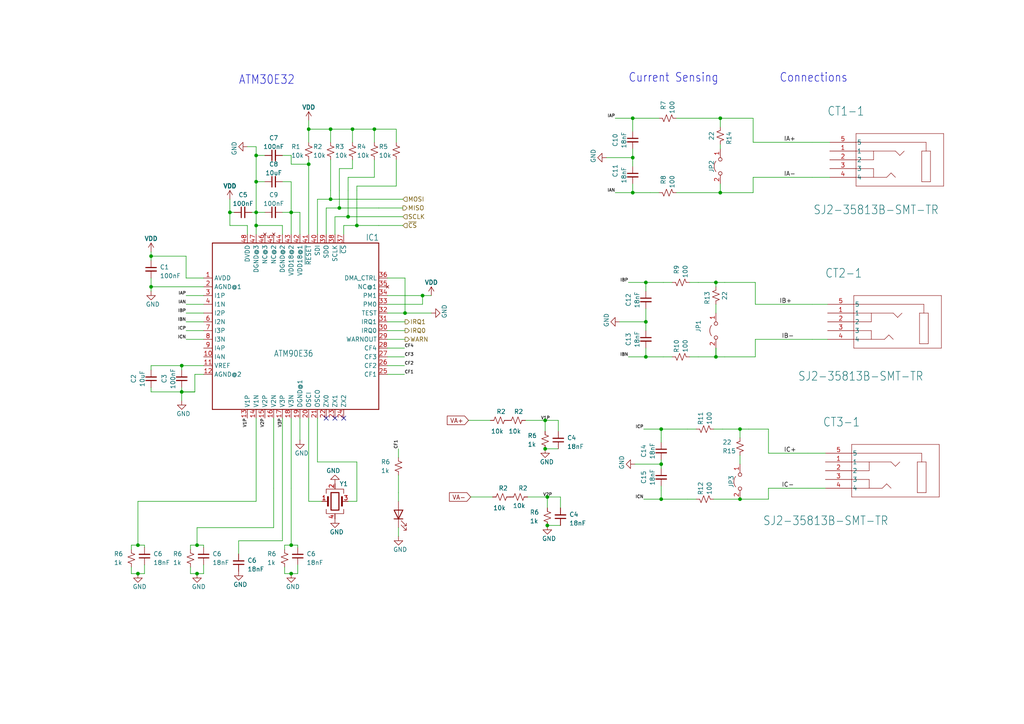
<source format=kicad_sch>
(kicad_sch (version 20230121) (generator eeschema)
  (paper "A4")
  (junction (at 84.455 166.37))
  (junction (at 122.555 85.725))
  (junction (at 191.77 124.46))
  (junction (at 158.115 121.92))
  (junction (at 103.505 65.405))
  (junction (at 89.535 47.625))
  (junction (at 158.115 130.175))
  (junction (at 98.425 60.325))
  (junction (at 57.15 166.37))
  (junction (at 95.885 57.785))
  (junction (at 207.645 103.505))
  (junction (at 207.645 81.915))
  (junction (at 187.325 81.915))
  (junction (at 43.815 83.185))
  (junction (at 102.235 37.465))
  (junction (at 40.005 166.37))
  (junction (at 66.675 61.595))
  (junction (at 183.515 45.72))
  (junction (at 183.515 34.29))
  (junction (at 108.585 37.465))
  (junction (at 158.75 144.145))
  (junction (at 84.455 61.595))
  (junction (at 208.915 34.29))
  (junction (at 52.705 113.665))
  (junction (at 74.295 45.085))
  (junction (at 117.475 90.805))
  (junction (at 208.915 55.88))
  (junction (at 191.77 144.78))
  (junction (at 191.77 134.62))
  (junction (at 52.705 106.045))
  (junction (at 84.455 158.115))
  (junction (at 214.63 144.78))
  (junction (at 187.325 93.345))
  (junction (at 40.005 158.115))
  (junction (at 214.63 124.46))
  (junction (at 74.295 52.705))
  (junction (at 183.515 55.88))
  (junction (at 158.75 152.4))
  (junction (at 100.965 62.865))
  (junction (at 95.885 37.465))
  (junction (at 89.535 37.465))
  (junction (at 43.815 74.295))
  (junction (at 74.295 65.405))
  (junction (at 187.325 103.505))
  (junction (at 57.15 158.115))
  (junction (at 74.295 61.595))
  (no_connect (at 99.695 121.285))
  (no_connect (at 97.155 121.285))
  (no_connect (at 94.615 121.285))
  (wire (pts (xy 82.55 158.115) (xy 84.455 158.115)))
  (wire (pts (xy 55.245 158.115) (xy 57.15 158.115)))
  (wire (pts (xy 191.77 144.78) (xy 186.69 144.78)) (stroke (width 0.1524)))
  (wire (pts (xy 40.005 158.115) (xy 41.91 158.115)))
  (wire (pts (xy 192.405 81.915) (xy 187.325 81.915)) (stroke (width 0.1524)))
  (wire (pts (xy 184.15 134.62) (xy 191.77 134.62)) (stroke (width 0.1524)))
  (wire (pts (xy 59.055 95.885) (xy 53.975 95.885)) (stroke (width 0.1524)))
  (wire (pts (xy 103.505 55.245) (xy 103.505 65.405)) (stroke (width 0.1524)))
  (wire (pts (xy 112.395 90.805) (xy 117.475 90.805)) (stroke (width 0.1524)))
  (wire (pts (xy 219.075 98.425) (xy 219.075 103.505)))
  (wire (pts (xy 71.755 42.545) (xy 74.295 42.545)))
  (wire (pts (xy 158.115 121.92) (xy 152.4 121.92)))
  (wire (pts (xy 66.675 61.595) (xy 67.945 61.595)))
  (wire (pts (xy 84.455 141.605) (xy 84.455 158.115)))
  (wire (pts (xy 239.395 131.445) (xy 234.315 131.445)) (stroke (width 0.1524)))
  (wire (pts (xy 187.325 93.345) (xy 187.325 89.535)))
  (wire (pts (xy 74.295 45.085) (xy 74.295 52.705)) (stroke (width 0.1524)))
  (wire (pts (xy 102.235 37.465) (xy 102.235 41.275)))
  (wire (pts (xy 102.235 46.355) (xy 102.235 48.895)))
  (wire (pts (xy 240.03 98.425) (xy 235.585 98.425)) (stroke (width 0.1524)))
  (wire (pts (xy 202.565 81.915) (xy 200.025 81.915)))
  (wire (pts (xy 84.455 47.625) (xy 89.535 47.625)) (stroke (width 0.1524)))
  (wire (pts (xy 194.945 103.505) (xy 192.405 103.505)))
  (wire (pts (xy 222.885 141.605) (xy 222.885 144.78)))
  (wire (pts (xy 114.935 37.465) (xy 108.585 37.465)))
  (wire (pts (xy 115.57 132.715) (xy 115.57 130.175)) (stroke (width 0.1524)))
  (wire (pts (xy 202.565 81.915) (xy 207.645 81.915)) (stroke (width 0.1524)))
  (wire (pts (xy 158.115 130.175) (xy 161.925 130.175)))
  (wire (pts (xy 38.1 159.385) (xy 38.1 158.115)))
  (wire (pts (xy 199.39 124.46) (xy 201.93 124.46)))
  (wire (pts (xy 161.925 125.095) (xy 161.925 121.92)))
  (wire (pts (xy 222.885 124.46) (xy 217.17 124.46)))
  (wire (pts (xy 191.77 124.46) (xy 186.69 124.46)) (stroke (width 0.1524)))
  (wire (pts (xy 103.505 55.245) (xy 103.505 53.975)))
  (wire (pts (xy 82.55 159.385) (xy 82.55 158.115)))
  (wire (pts (xy 66.675 65.405) (xy 71.755 65.405)) (stroke (width 0.1524)))
  (wire (pts (xy 115.57 137.795) (xy 115.57 142.875)))
  (wire (pts (xy 112.395 85.725) (xy 122.555 85.725)) (stroke (width 0.1524)))
  (wire (pts (xy 187.325 93.345) (xy 187.325 95.885)))
  (wire (pts (xy 208.915 34.29) (xy 208.915 36.83)))
  (wire (pts (xy 82.55 166.37) (xy 84.455 166.37)))
  (wire (pts (xy 81.915 156.845) (xy 81.915 121.285)))
  (wire (pts (xy 84.455 45.085) (xy 84.455 47.625)) (stroke (width 0.1524)))
  (wire (pts (xy 79.375 141.605) (xy 79.375 153.035)))
  (wire (pts (xy 239.395 141.605) (xy 234.315 141.605)) (stroke (width 0.1524)))
  (wire (pts (xy 94.615 67.945) (xy 94.615 60.325)) (stroke (width 0.1524)))
  (wire (pts (xy 158.75 144.145) (xy 153.035 144.145)))
  (wire (pts (xy 89.535 34.925) (xy 89.535 37.465)))
  (wire (pts (xy 158.115 125.095) (xy 158.115 121.92)))
  (wire (pts (xy 56.515 108.585) (xy 56.515 113.665)) (stroke (width 0.1524)))
  (wire (pts (xy 40.005 145.415) (xy 74.295 145.415)))
  (wire (pts (xy 183.515 34.29) (xy 183.515 38.1)) (stroke (width 0.1524)))
  (wire (pts (xy 40.005 166.37) (xy 41.91 166.37)))
  (wire (pts (xy 114.935 46.355) (xy 114.935 53.975)))
  (wire (pts (xy 76.835 52.705) (xy 74.295 52.705)) (stroke (width 0.1524)))
  (wire (pts (xy 100.965 62.865) (xy 109.855 62.865)) (stroke (width 0.1524)))
  (wire (pts (xy 182.245 103.505) (xy 187.325 103.505)) (stroke (width 0.1524)))
  (wire (pts (xy 95.885 37.465) (xy 102.235 37.465)) (stroke (width 0.1524)))
  (wire (pts (xy 41.91 163.83) (xy 41.91 166.37)))
  (wire (pts (xy 115.57 142.875) (xy 115.57 145.415)) (stroke (width 0.1524)))
  (wire (pts (xy 162.56 144.145) (xy 158.75 144.145)))
  (wire (pts (xy 202.565 103.505) (xy 207.645 103.505)) (stroke (width 0.1524)))
  (wire (pts (xy 112.395 98.425) (xy 117.475 98.425)) (stroke (width 0.1524)))
  (wire (pts (xy 108.585 41.275) (xy 108.585 37.465)))
  (wire (pts (xy 97.155 67.945) (xy 97.155 62.865)) (stroke (width 0.1524)))
  (wire (pts (xy 84.455 61.595) (xy 84.455 67.945)) (stroke (width 0.1524)))
  (wire (pts (xy 74.295 65.405) (xy 81.915 65.405)) (stroke (width 0.1524)))
  (wire (pts (xy 74.295 61.595) (xy 74.295 65.405)) (stroke (width 0.1524)))
  (wire (pts (xy 97.155 62.865) (xy 100.965 62.865)) (stroke (width 0.1524)))
  (wire (pts (xy 207.01 144.78) (xy 214.63 144.78)))
  (wire (pts (xy 191.77 127) (xy 191.77 124.46)) (stroke (width 0.1524)))
  (wire (pts (xy 76.835 61.595) (xy 74.295 61.595)) (stroke (width 0.1524)))
  (wire (pts (xy 115.57 153.035) (xy 115.57 155.575)) (stroke (width 0.1524)))
  (wire (pts (xy 191.77 144.78) (xy 199.39 144.78)) (stroke (width 0.1524)))
  (wire (pts (xy 59.055 85.725) (xy 53.975 85.725)) (stroke (width 0.1524)))
  (wire (pts (xy 207.645 103.505) (xy 210.185 103.505)) (stroke (width 0.1524)))
  (wire (pts (xy 214.63 124.46) (xy 214.63 127)))
  (wire (pts (xy 89.535 47.625) (xy 89.535 67.945)) (stroke (width 0.1524)))
  (wire (pts (xy 100.965 51.435) (xy 108.585 51.435)))
  (wire (pts (xy 57.15 166.37) (xy 59.055 166.37)))
  (wire (pts (xy 187.325 103.505) (xy 192.405 103.505)) (stroke (width 0.1524)))
  (wire (pts (xy 196.215 55.88) (xy 208.915 55.88)))
  (wire (pts (xy 175.895 45.72) (xy 183.515 45.72)) (stroke (width 0.1524)))
  (wire (pts (xy 207.645 90.805) (xy 207.645 88.265)))
  (wire (pts (xy 178.435 55.88) (xy 183.515 55.88)) (stroke (width 0.1524)))
  (wire (pts (xy 208.915 41.91) (xy 208.915 43.18)))
  (wire (pts (xy 234.315 131.445) (xy 222.885 131.445)))
  (wire (pts (xy 79.375 153.035) (xy 57.15 153.035)))
  (wire (pts (xy 84.455 166.37) (xy 86.36 166.37)))
  (wire (pts (xy 40.005 158.115) (xy 40.005 145.415)))
  (wire (pts (xy 218.44 51.435) (xy 218.44 55.88)))
  (wire (pts (xy 84.455 158.115) (xy 86.36 158.115)))
  (wire (pts (xy 112.395 100.965) (xy 117.3226 100.965)) (stroke (width 0.1524)))
  (wire (pts (xy 208.915 55.88) (xy 218.44 55.88)))
  (wire (pts (xy 52.705 113.665) (xy 56.515 113.665)) (stroke (width 0.1524)))
  (wire (pts (xy 161.925 121.92) (xy 158.115 121.92)))
  (wire (pts (xy 53.975 80.645) (xy 59.055 80.645)))
  (wire (pts (xy 240.03 88.265) (xy 235.585 88.265)) (stroke (width 0.1524)))
  (wire (pts (xy 43.815 106.045) (xy 52.705 106.045)))
  (wire (pts (xy 95.885 57.785) (xy 109.855 57.785)) (stroke (width 0.1524)))
  (wire (pts (xy 57.15 158.115) (xy 59.055 158.115)))
  (wire (pts (xy 53.975 74.295) (xy 53.975 80.645)))
  (wire (pts (xy 219.075 103.505) (xy 210.185 103.505)))
  (wire (pts (xy 112.395 93.345) (xy 117.475 93.345)) (stroke (width 0.1524)))
  (wire (pts (xy 43.815 74.295) (xy 43.815 75.565)))
  (wire (pts (xy 81.915 65.405) (xy 81.915 67.945)) (stroke (width 0.1524)))
  (wire (pts (xy 95.885 55.245) (xy 95.885 57.785)) (stroke (width 0.1524)))
  (wire (pts (xy 52.705 113.665) (xy 52.705 116.205)) (stroke (width 0.1524)))
  (wire (pts (xy 43.815 73.025) (xy 43.815 74.295)))
  (wire (pts (xy 183.515 55.88) (xy 188.595 55.88)) (stroke (width 0.1524)))
  (wire (pts (xy 183.515 34.29) (xy 188.595 34.29)) (stroke (width 0.1524)))
  (wire (pts (xy 94.615 60.325) (xy 98.425 60.325)) (stroke (width 0.1524)))
  (wire (pts (xy 43.815 113.665) (xy 43.815 112.395)))
  (wire (pts (xy 89.535 145.415) (xy 93.345 145.415)))
  (wire (pts (xy 108.585 37.465) (xy 103.505 37.465)))
  (wire (pts (xy 191.135 55.88) (xy 188.595 55.88)))
  (wire (pts (xy 191.77 134.62) (xy 191.77 135.89)))
  (wire (pts (xy 207.645 81.915) (xy 207.645 83.185)) (stroke (width 0.1524)))
  (wire (pts (xy 214.63 144.78) (xy 222.885 144.78)))
  (wire (pts (xy 222.885 131.445) (xy 222.885 124.46)))
  (wire (pts (xy 183.515 48.26) (xy 183.515 45.72)))
  (wire (pts (xy 76.835 45.085) (xy 74.295 45.085)) (stroke (width 0.1524)))
  (wire (pts (xy 102.235 37.465) (xy 103.505 37.465)) (stroke (width 0.1524)))
  (wire (pts (xy 102.235 48.895) (xy 98.425 48.895)))
  (wire (pts (xy 234.315 141.605) (xy 222.885 141.605)))
  (wire (pts (xy 43.815 83.185) (xy 43.815 84.455)))
  (wire (pts (xy 52.705 113.665) (xy 43.815 113.665)))
  (wire (pts (xy 52.705 106.045) (xy 59.055 106.045)))
  (wire (pts (xy 74.295 145.415) (xy 74.295 121.285)))
  (wire (pts (xy 112.395 103.505) (xy 117.3226 103.505)) (stroke (width 0.1524)))
  (wire (pts (xy 191.77 127) (xy 191.77 128.27)))
  (wire (pts (xy 214.63 132.08) (xy 214.63 134.62)))
  (wire (pts (xy 187.325 83.185) (xy 187.325 84.455)))
  (wire (pts (xy 135.89 121.92) (xy 142.24 121.92)))
  (wire (pts (xy 194.945 81.915) (xy 192.405 81.915)))
  (wire (pts (xy 74.295 52.705) (xy 74.295 61.595)) (stroke (width 0.1524)))
  (wire (pts (xy 79.375 141.605) (xy 79.375 121.285)) (stroke (width 0.1524)))
  (wire (pts (xy 57.15 153.035) (xy 57.15 158.115)))
  (wire (pts (xy 43.815 80.645) (xy 43.815 83.185)))
  (wire (pts (xy 103.505 65.405) (xy 109.855 65.405)) (stroke (width 0.1524)))
  (wire (pts (xy 207.01 124.46) (xy 209.55 124.46)))
  (wire (pts (xy 73.025 61.595) (xy 74.295 61.595)))
  (wire (pts (xy 109.855 60.325) (xy 116.84 60.325)))
  (wire (pts (xy 218.44 41.275) (xy 218.44 34.29)))
  (wire (pts (xy 55.245 159.385) (xy 55.245 158.115)))
  (wire (pts (xy 209.55 124.46) (xy 214.63 124.46)) (stroke (width 0.1524)))
  (wire (pts (xy 55.245 164.465) (xy 55.245 166.37)))
  (wire (pts (xy 191.77 124.46) (xy 199.39 124.46)) (stroke (width 0.1524)))
  (wire (pts (xy 95.885 46.355) (xy 95.885 55.245)))
  (wire (pts (xy 86.995 127.635) (xy 86.995 121.285)) (stroke (width 0.1524)))
  (wire (pts (xy 112.395 95.885) (xy 117.475 95.885)) (stroke (width 0.1524)))
  (wire (pts (xy 59.055 163.83) (xy 59.055 166.37)))
  (wire (pts (xy 112.395 80.645) (xy 117.475 80.645)) (stroke (width 0.1524)))
  (wire (pts (xy 66.675 61.595) (xy 66.675 65.405)) (stroke (width 0.1524)))
  (wire (pts (xy 183.515 45.72) (xy 183.515 43.18)))
  (wire (pts (xy 99.695 67.945) (xy 99.695 65.405)) (stroke (width 0.1524)))
  (wire (pts (xy 84.455 61.595) (xy 86.995 61.595)) (stroke (width 0.1524)))
  (wire (pts (xy 218.44 34.29) (xy 211.455 34.29)))
  (wire (pts (xy 108.585 46.355) (xy 108.585 51.435)))
  (wire (pts (xy 235.585 51.435) (xy 218.44 51.435)))
  (wire (pts (xy 207.645 81.915) (xy 210.185 81.915)) (stroke (width 0.1524)))
  (wire (pts (xy 240.665 41.275) (xy 235.585 41.275)) (stroke (width 0.1524)))
  (wire (pts (xy 112.395 88.265) (xy 122.555 88.265)) (stroke (width 0.1524)))
  (wire (pts (xy 92.075 67.945) (xy 92.075 57.785)) (stroke (width 0.1524)))
  (wire (pts (xy 207.645 103.505) (xy 207.645 100.965)) (stroke (width 0.1524)))
  (wire (pts (xy 59.055 98.425) (xy 53.975 98.425)) (stroke (width 0.1524)))
  (wire (pts (xy 183.515 53.34) (xy 183.515 55.88)))
  (wire (pts (xy 109.855 65.405) (xy 116.84 65.405)))
  (wire (pts (xy 89.535 37.465) (xy 89.535 41.275)))
  (wire (pts (xy 122.555 85.725) (xy 125.095 85.725)) (stroke (width 0.1524)))
  (wire (pts (xy 240.665 51.435) (xy 235.585 51.435)) (stroke (width 0.1524)))
  (wire (pts (xy 98.425 48.895) (xy 98.425 55.245)))
  (wire (pts (xy 38.1 158.115) (xy 40.005 158.115)))
  (wire (pts (xy 109.855 57.785) (xy 116.84 57.785)))
  (wire (pts (xy 92.075 57.785) (xy 95.885 57.785)) (stroke (width 0.1524)))
  (wire (pts (xy 56.515 108.585) (xy 59.055 108.585)) (stroke (width 0.1524)))
  (wire (pts (xy 52.705 113.665) (xy 56.515 113.665)))
  (wire (pts (xy 52.705 107.315) (xy 52.705 106.045)))
  (wire (pts (xy 38.1 166.37) (xy 40.005 166.37)))
  (wire (pts (xy 178.435 34.29) (xy 183.515 34.29)) (stroke (width 0.1524)))
  (wire (pts (xy 59.055 158.115) (xy 59.055 158.75)))
  (wire (pts (xy 82.55 164.465) (xy 82.55 166.37)))
  (wire (pts (xy 122.555 88.265) (xy 122.555 85.725)) (stroke (width 0.1524)))
  (wire (pts (xy 191.77 140.97) (xy 191.77 142.24)))
  (wire (pts (xy 66.675 57.785) (xy 66.675 61.595)) (stroke (width 0.1524)))
  (wire (pts (xy 136.525 144.145) (xy 142.875 144.145)))
  (wire (pts (xy 203.835 34.29) (xy 208.915 34.29)) (stroke (width 0.1524)))
  (wire (pts (xy 89.535 47.619) (xy 89.535 47.625)) (stroke (width 0.1524)))
  (wire (pts (xy 43.815 83.185) (xy 59.055 83.185)))
  (wire (pts (xy 38.1 164.465) (xy 38.1 166.37)))
  (wire (pts (xy 86.995 61.595) (xy 86.995 67.945)) (stroke (width 0.1524)))
  (wire (pts (xy 179.705 93.345) (xy 187.325 93.345)) (stroke (width 0.1524)))
  (wire (pts (xy 81.915 45.085) (xy 84.455 45.085)))
  (wire (pts (xy 43.815 106.045) (xy 43.815 107.315)))
  (wire (pts (xy 43.815 74.295) (xy 53.975 74.295)))
  (wire (pts (xy 191.77 144.78) (xy 191.77 142.24)) (stroke (width 0.1524)))
  (wire (pts (xy 158.75 147.32) (xy 158.75 144.145)))
  (wire (pts (xy 86.36 158.115) (xy 86.36 158.75)))
  (wire (pts (xy 86.36 163.83) (xy 86.36 166.37)))
  (wire (pts (xy 89.535 46.355) (xy 89.535 47.625)))
  (wire (pts (xy 235.585 41.275) (xy 218.44 41.275)))
  (wire (pts (xy 117.475 90.805) (xy 125.095 90.805)) (stroke (width 0.1524)))
  (wire (pts (xy 214.63 124.46) (xy 217.17 124.46)) (stroke (width 0.1524)))
  (wire (pts (xy 235.585 98.425) (xy 219.075 98.425)))
  (wire (pts (xy 112.395 106.045) (xy 117.3226 106.045)) (stroke (width 0.1524)))
  (wire (pts (xy 71.755 65.405) (xy 71.755 67.945)) (stroke (width 0.1524)))
  (wire (pts (xy 52.705 112.395) (xy 52.705 113.665)))
  (wire (pts (xy 59.055 93.345) (xy 53.975 93.345)) (stroke (width 0.1524)))
  (wire (pts (xy 89.535 37.465) (xy 95.885 37.465)) (stroke (width 0.1524)))
  (wire (pts (xy 158.75 152.4) (xy 162.56 152.4)))
  (wire (pts (xy 84.455 52.705) (xy 84.455 61.595)))
  (wire (pts (xy 117.475 80.645) (xy 117.475 90.805)) (stroke (width 0.1524)))
  (wire (pts (xy 81.915 61.595) (xy 84.455 61.595)))
  (wire (pts (xy 55.245 166.37) (xy 57.15 166.37)))
  (wire (pts (xy 187.325 81.915) (xy 187.325 83.185)) (stroke (width 0.1524)))
  (wire (pts (xy 81.915 52.705) (xy 84.455 52.705)))
  (wire (pts (xy 103.505 53.975) (xy 114.935 53.975)))
  (wire (pts (xy 199.39 144.78) (xy 201.93 144.78)))
  (wire (pts (xy 98.425 55.245) (xy 98.425 60.325)) (stroke (width 0.1524)))
  (wire (pts (xy 74.295 67.945) (xy 74.295 65.405)) (stroke (width 0.1524)))
  (wire (pts (xy 162.56 147.32) (xy 162.56 144.145)))
  (wire (pts (xy 187.325 103.505) (xy 187.325 100.965)) (stroke (width 0.1524)))
  (wire (pts (xy 208.915 53.34) (xy 208.915 55.88)))
  (wire (pts (xy 219.075 81.915) (xy 210.185 81.915)))
  (wire (pts (xy 196.215 34.29) (xy 203.835 34.29)))
  (wire (pts (xy 100.965 55.245) (xy 100.965 51.435)))
  (wire (pts (xy 59.055 88.265) (xy 53.975 88.265)) (stroke (width 0.1524)))
  (wire (pts (xy 191.135 34.29) (xy 188.595 34.29)))
  (wire (pts (xy 219.075 88.265) (xy 219.075 81.915)))
  (wire (pts (xy 235.585 88.265) (xy 219.075 88.265)))
  (wire (pts (xy 59.055 90.805) (xy 53.975 90.805)) (stroke (width 0.1524)))
  (wire (pts (xy 100.965 55.245) (xy 100.965 62.865)) (stroke (width 0.1524)))
  (wire (pts (xy 95.885 37.465) (xy 95.885 41.275)))
  (wire (pts (xy 98.425 60.325) (xy 109.855 60.325)) (stroke (width 0.1524)))
  (wire (pts (xy 99.695 65.405) (xy 103.505 65.405)) (stroke (width 0.1524)))
  (wire (pts (xy 100.965 145.415) (xy 103.505 145.415)))
  (wire (pts (xy 202.565 103.505) (xy 200.025 103.505)))
  (wire (pts (xy 208.915 34.29) (xy 211.455 34.29)) (stroke (width 0.1524)))
  (wire (pts (xy 103.505 145.415) (xy 103.505 133.985)))
  (wire (pts (xy 69.215 160.655) (xy 69.215 156.845)))
  (wire (pts (xy 112.395 108.585) (xy 117.3226 108.585)) (stroke (width 0.1524)))
  (wire (pts (xy 114.935 41.275) (xy 114.935 37.465)))
  (wire (pts (xy 41.91 158.115) (xy 41.91 158.75)) (stroke (width 0.1524)))
  (wire (pts (xy 103.505 133.985) (xy 92.075 133.985)))
  (wire (pts (xy 74.295 45.085) (xy 74.295 42.545)) (stroke (width 0.1524)))
  (wire (pts (xy 89.535 121.285) (xy 89.535 145.415)))
  (wire (pts (xy 84.455 141.605) (xy 84.455 121.285)) (stroke (width 0.1524)))
  (wire (pts (xy 109.855 62.865) (xy 116.84 62.865)))
  (wire (pts (xy 187.325 81.915) (xy 182.245 81.915)) (stroke (width 0.1524)))
  (wire (pts (xy 207.645 103.505) (xy 207.645 100.965)))
  (wire (pts (xy 92.075 133.985) (xy 92.075 121.285)))
  (wire (pts (xy 191.77 133.35) (xy 191.77 134.62)))
  (wire (pts (xy 69.215 156.845) (xy 81.915 156.845)))
  (text "Current Sensing" (at 182.245 24.13 0) (effects (font (size 2.54 2.159)) (justify left bottom)))
  (text "Connections" (at 226.06 24.13 0) (effects (font (size 2.54 2.159)) (justify left bottom)))
  (text "ATM30E32" (at 69.215 24.765 0) (effects (font (size 2.54 2.159)) (justify left bottom)))
  (label "V1P" (at 71.755 121.285 270) (effects (font (size 0.889 0.889))))
  (label "IA-" (at 227.33 51.435 0))
  (label "IAN" (at 53.975 88.265 180) (effects (font (size 0.889 0.889))))
  (label "IC-" (at 226.695 141.605 0))
  (label "CF2" (at 117.3226 106.045 0) (effects (font (size 0.889 0.889))))
  (label "IA+" (at 227.33 41.275 0))
  (label "ICN" (at 186.69 144.78 180) (effects (font (size 0.889 0.889))))
  (label "CF3" (at 117.3226 103.505 0) (effects (font (size 0.889 0.889))))
  (label "V2P" (at 157.48 144.145 0) (effects (font (size 0.889 0.889))))
  (label "V1P" (at 156.845 121.92 0) (effects (font (size 0.889 0.889))))
  (label "IBP" (at 53.975 90.805 180) (effects (font (size 0.889 0.889))))
  (label "IAP" (at 53.975 85.725 180) (effects (font (size 0.889 0.889))))
  (label "IB+" (at 226.06 88.265 0))
  (label "V2P" (at 76.835 121.285 270) (effects (font (size 0.889 0.889))))
  (label "CF1" (at 115.57 130.175 90) (effects (font (size 0.889 0.889))))
  (label "IB-" (at 226.695 98.425 0))
  (label "CF4" (at 117.3226 100.965 0) (effects (font (size 0.889 0.889))))
  (label "ICP" (at 53.975 95.885 180) (effects (font (size 0.889 0.889))))
  (label "IAP" (at 178.435 34.29 180) (effects (font (size 0.889 0.889))))
  (label "IC+" (at 227.33 131.445 0))
  (label "V3P" (at 81.915 121.285 270) (effects (font (size 0.889 0.889))))
  (label "IAN" (at 178.435 55.88 180) (effects (font (size 0.889 0.889))))
  (label "IBN" (at 53.975 93.345 180) (effects (font (size 0.889 0.889))))
  (label "CF1" (at 117.3226 108.585 0) (effects (font (size 0.889 0.889))))
  (label "IBP" (at 182.245 81.915 180) (effects (font (size 0.889 0.889))))
  (label "ICN" (at 53.975 98.425 180) (effects (font (size 0.889 0.889))))
  (label "ICP" (at 186.69 124.46 180) (effects (font (size 0.889 0.889))))
  (label "IBN" (at 182.245 103.505 180) (effects (font (size 0.889 0.889))))
  (global_label "VA-" (shape input) (at 136.525 144.145 180) (property "Intersheetrefs" "${INTERSHEET_REFS}" (effects hide)))
  (global_label "VA+" (shape input) (at 135.89 121.92 180) (property "Intersheetrefs" "${INTERSHEET_REFS}" (effects hide)))
  (hierarchical_label "MISO" (shape output) (at 116.84 60.325 0))
  (hierarchical_label "SCLK" (shape input) (at 116.84 62.865 0))
  (hierarchical_label "WARN" (shape output) (at 117.475 98.425 0))
  (hierarchical_label "MOSI" (shape input) (at 116.84 57.785 0))
  (hierarchical_label "IRQ1" (shape output) (at 117.475 93.345 0))
  (hierarchical_label "IRQ0" (shape output) (at 117.475 95.885 0))
  (hierarchical_label "~{CS}" (shape input) (at 116.84 65.405 0))
  (symbol (lib_id "Device:C_Small") (at 161.925 127.635 180) (unit 1)
    (property "Reference" "C4" (at 164.465 126.9936 0) (effects (justify right)))
    (property "Value" "18nF" (at 164.465 129.5336 0) (effects (justify right)))
    (property "Footprint" "Capacitor_SMD:C_0603_1608Metric" (effects hide))
    (property "Manufacturer" "Walsin Technology Corporation" (effects hide))
    (property "Manufacturer P/N" "0603B183K500CT" (effects hide))
    (property "Supplier" "Digikey" (effects hide))
    (property "Supplier P/N" "1292-1405-1-ND" (effects hide))
    (instances (project "24_channel_esp32_energy_meter" (path "" (reference "C4") (unit 1)) (path "" (reference "C28") (unit 1)) (path "" (reference "C43") (unit 1)) (path "" (reference "C58") (unit 1)) (path "" (reference "C73") (unit 1)) (path "" (reference "C88") (unit 1)) (path "" (reference "C103") (unit 1)) (path "" (reference "C118") (unit 1))))
  )
  (symbol (lib_id "Device:R_Small_US") (at 197.485 103.505 90) (mirror x) (unit 1)
    (property "Reference" "R10" (at 196.215 98.425 0) (effects (justify left)))
    (property "Value" "100" (at 198.755 98.425 0) (effects (justify left)))
    (property "Footprint" "Resistor_SMD:R_0603_1608Metric" (effects hide))
    (property "Manufacturer" "Walsin Technology Corporation" (effects hide))
    (property "Manufacturer P/N" "WR06X1000FTL" (effects hide))
    (property "Supplier" "Digikey" (effects hide))
    (property "Supplier P/N" "1292-WR06X1000FTLCT-ND" (effects hide))
    (instances (project "24_channel_esp32_energy_meter" (path "" (reference "R10") (unit 1)) (path "" (reference "R34") (unit 1)) (path "" (reference "R49") (unit 1)) (path "" (reference "R64") (unit 1)) (path "" (reference "R79") (unit 1)) (path "" (reference "R94") (unit 1)) (path "" (reference "R109") (unit 1)) (path "" (reference "R124") (unit 1))))
  )
  (symbol (lib_id "power:GND") (at 84.455 166.37 0) (unit 1)
    (property "Reference" "#PWR06" (effects hide))
    (property "Value" "GND" (at 86.995 170.18 0) (effects (justify right)))
    (instances (project "24_channel_esp32_energy_meter" (path "" (reference "#PWR06") (unit 1)) (path "" (reference "#PWR039") (unit 1)) (path "" (reference "#PWR054") (unit 1)) (path "" (reference "#PWR069") (unit 1)) (path "" (reference "#PWR084") (unit 1)) (path "" (reference "#PWR099") (unit 1)) (path "" (reference "#PWR0114") (unit 1)) (path "" (reference "#PWR0146") (unit 1))))
  )
  (symbol (lib_id "Device:R_Small_US") (at 150.495 144.145 90) (unit 1)
    (property "Reference" "R2" (at 153.035 141.605 90) (effects (justify left)))
    (property "Value" "10k" (at 152.4 146.685 90) (effects (justify left)))
    (property "Footprint" "Resistor_SMD:R_0603_1608Metric" (effects hide))
    (property "Manufacturer" "Stackpole Electronics Inc" (effects hide))
    (property "Manufacturer P/N" "RMCF0603FT10K0" (effects hide))
    (property "Supplier" "Digikey" (effects hide))
    (property "Supplier P/N" "RMCF0603FT10K0CT-ND" (effects hide))
    (instances (project "24_channel_esp32_energy_meter" (path "" (reference "R2") (unit 1)) (path "" (reference "R26") (unit 1)) (path "" (reference "R41") (unit 1)) (path "" (reference "R56") (unit 1)) (path "" (reference "R71") (unit 1)) (path "" (reference "R86") (unit 1)) (path "" (reference "R101") (unit 1)) (path "" (reference "R131") (unit 1))))
  )
  (symbol (lib_id "Device:R_Small_US") (at 158.115 127.635 0) (unit 1)
    (property "Reference" "R6" (at 153.035 126.365 0) (effects (justify left)))
    (property "Value" "1k" (at 153.035 128.905 0) (effects (justify left)))
    (property "Footprint" "Resistor_SMD:R_0603_1608Metric" (effects hide))
    (property "Manufacturer" "Stackpole Electronics Inc" (effects hide))
    (property "Manufacturer P/N" "RMCF0603JJ1K00" (effects hide))
    (property "Supplier" "Digikey" (effects hide))
    (property "Supplier P/N" "RMCF0603JJ1K00CT-ND" (effects hide))
    (instances (project "24_channel_esp32_energy_meter" (path "" (reference "R6") (unit 1)) (path "" (reference "R30") (unit 1)) (path "" (reference "R45") (unit 1)) (path "" (reference "R60") (unit 1)) (path "" (reference "R75") (unit 1)) (path "" (reference "R90") (unit 1)) (path "" (reference "R105") (unit 1)) (path "" (reference "R16") (unit 1))))
  )
  (symbol (lib_id "power:GND") (at 158.115 130.175 0) (unit 1)
    (property "Reference" "#PWR03" (effects hide))
    (property "Value" "GND" (at 160.655 133.985 0) (effects (justify right)))
    (instances (project "24_channel_esp32_energy_meter" (path "" (reference "#PWR03") (unit 1)) (path "" (reference "#PWR036") (unit 1)) (path "" (reference "#PWR051") (unit 1)) (path "" (reference "#PWR066") (unit 1)) (path "" (reference "#PWR081") (unit 1)) (path "" (reference "#PWR096") (unit 1)) (path "" (reference "#PWR0111") (unit 1)) (path "" (reference "#PWR0129") (unit 1))))
  )
  (symbol (lib_id "Device:R_Small_US") (at 55.245 161.925 0) (unit 1)
    (property "Reference" "R6" (at 50.165 160.655 0) (effects (justify left)))
    (property "Value" "1k" (at 50.165 163.195 0) (effects (justify left)))
    (property "Footprint" "Resistor_SMD:R_0603_1608Metric" (effects hide))
    (property "Manufacturer" "Stackpole Electronics Inc" (effects hide))
    (property "Manufacturer P/N" "RMCF0603JJ1K00" (effects hide))
    (property "Supplier" "Digikey" (effects hide))
    (property "Supplier P/N" "RMCF0603JJ1K00CT-ND" (effects hide))
    (instances (project "24_channel_esp32_energy_meter" (path "" (reference "R6") (unit 1)) (path "" (reference "R30") (unit 1)) (path "" (reference "R45") (unit 1)) (path "" (reference "R60") (unit 1)) (path "" (reference "R75") (unit 1)) (path "" (reference "R90") (unit 1)) (path "" (reference "R105") (unit 1)) (path "" (reference "R18") (unit 1))))
  )
  (symbol (lib_id "power:GND") (at 52.705 116.205 0) (unit 1)
    (property "Reference" "#PWR03" (effects hide))
    (property "Value" "GND" (at 55.245 120.015 0) (effects (justify right)))
    (instances (project "24_channel_esp32_energy_meter" (path "" (reference "#PWR03") (unit 1)) (path "" (reference "#PWR036") (unit 1)) (path "" (reference "#PWR051") (unit 1)) (path "" (reference "#PWR066") (unit 1)) (path "" (reference "#PWR081") (unit 1)) (path "" (reference "#PWR096") (unit 1)) (path "" (reference "#PWR0111") (unit 1)) (path "" (reference "#PWR0126") (unit 1))))
  )
  (symbol (lib_id "Device:Crystal_GND24") (at 97.155 145.415 0) (unit 1)
    (property "Reference" "Y1" (at 99.695 140.335 0))
    (property "Value" "Crystal_GND24" (effects hide))
    (property "Footprint" "Crystal:Crystal_SMD_3225-4Pin_3.2x2.5mm" (effects hide))
    (property "Supplier" "LCSC" (effects hide))
    (property "Supplier P/N" "C725694" (effects hide))
    (property "Manufacturer" "JGHC" (effects hide))
    (property "Manufacturer P/N" "S3216384102040" (effects hide))
    (instances (project "24_channel_esp32_energy_meter" (path "" (reference "Y1") (unit 1)) (path "" (reference "Y2") (unit 1)) (path "" (reference "Y3") (unit 1)) (path "" (reference "Y4") (unit 1)) (path "" (reference "Y5") (unit 1)) (path "" (reference "Y6") (unit 1)) (path "" (reference "Y7") (unit 1)) (path "" (reference "Y8") (unit 1))))
  )
  (symbol (lib_id "power:GND") (at 69.215 165.735 0) (unit 1)
    (property "Reference" "#PWR010" (effects hide))
    (property "Value" "GND" (at 71.755 169.545 0) (effects (justify right)))
    (instances (project "24_channel_esp32_energy_meter" (path "" (reference "#PWR010") (unit 1)) (path "" (reference "#PWR043") (unit 1)) (path "" (reference "#PWR058") (unit 1)) (path "" (reference "#PWR073") (unit 1)) (path "" (reference "#PWR088") (unit 1)) (path "" (reference "#PWR0103") (unit 1)) (path "" (reference "#PWR0118") (unit 1)) (path "" (reference "#PWR0148") (unit 1))))
  )
  (symbol (lib_id "power:GND") (at 97.155 150.495 0) (unit 1)
    (property "Reference" "#PWR09" (effects hide))
    (property "Value" "GND" (at 99.695 154.305 0) (effects (justify right)))
    (instances (project "24_channel_esp32_energy_meter" (path "" (reference "#PWR09") (unit 1)) (path "" (reference "#PWR042") (unit 1)) (path "" (reference "#PWR057") (unit 1)) (path "" (reference "#PWR072") (unit 1)) (path "" (reference "#PWR087") (unit 1)) (path "" (reference "#PWR0102") (unit 1)) (path "" (reference "#PWR0117") (unit 1)) (path "" (reference "#PWR0132") (unit 1))))
  )
  (symbol (lib_id "power:GND") (at 175.895 45.72 270) (mirror x) (unit 1)
    (property "Reference" "#PWR013" (effects hide))
    (property "Value" "GND" (at 172.085 43.18 0) (effects (justify right)))
    (instances (project "24_channel_esp32_energy_meter" (path "" (reference "#PWR013") (unit 1)) (path "" (reference "#PWR046") (unit 1)) (path "" (reference "#PWR061") (unit 1)) (path "" (reference "#PWR076") (unit 1)) (path "" (reference "#PWR091") (unit 1)) (path "" (reference "#PWR0106") (unit 1)) (path "" (reference "#PWR0121") (unit 1)) (path "" (reference "#PWR0136") (unit 1))))
  )
  (symbol (lib_id "Device:C_Small") (at 162.56 149.86 180) (unit 1)
    (property "Reference" "C4" (at 165.1 149.2186 0) (effects (justify right)))
    (property "Value" "18nF" (at 165.1 151.7586 0) (effects (justify right)))
    (property "Footprint" "Capacitor_SMD:C_0603_1608Metric" (effects hide))
    (property "Manufacturer" "Walsin Technology Corporation" (effects hide))
    (property "Manufacturer P/N" "0603B183K500CT" (effects hide))
    (property "Supplier" "Digikey" (effects hide))
    (property "Supplier P/N" "1292-1405-1-ND" (effects hide))
    (instances (project "24_channel_esp32_energy_meter" (path "" (reference "C4") (unit 1)) (path "" (reference "C28") (unit 1)) (path "" (reference "C43") (unit 1)) (path "" (reference "C58") (unit 1)) (path "" (reference "C73") (unit 1)) (path "" (reference "C88") (unit 1)) (path "" (reference "C103") (unit 1)) (path "" (reference "C132") (unit 1))))
  )
  (symbol (lib_id "Device:C_Small") (at 52.705 109.855 180) (unit 1)
    (property "Reference" "C3" (at 47.625 109.8487 90))
    (property "Value" "100nF" (at 50.165 109.8487 90))
    (property "Footprint" "Capacitor_SMD:C_0603_1608Metric" (effects hide))
    (property "Manufacturer" "Samsung Electro-Mechanics" (effects hide))
    (property "Manufacturer P/N" "CL10B104KB8NNWC" (effects hide))
    (property "Supplier" "Digikey" (effects hide))
    (property "Supplier P/N" "1276-1935-1-ND" (effects hide))
    (instances (project "24_channel_esp32_energy_meter" (path "" (reference "C3") (unit 1)) (path "" (reference "C27") (unit 1)) (path "" (reference "C42") (unit 1)) (path "" (reference "C57") (unit 1)) (path "" (reference "C72") (unit 1)) (path "" (reference "C87") (unit 1)) (path "" (reference "C102") (unit 1)) (path "" (reference "C117") (unit 1))))
  )
  (symbol (lib_id "Device:R_Small_US") (at 108.585 43.815 0) (unit 1)
    (property "Reference" "R4" (at 103.505 42.545 0) (effects (justify left)))
    (property "Value" "10k" (at 103.505 45.085 0) (effects (justify left)))
    (property "Footprint" "Resistor_SMD:R_0603_1608Metric" (effects hide))
    (property "Manufacturer" "Stackpole Electronics Inc" (effects hide))
    (property "Manufacturer P/N" "RMCF0603FT10K0" (effects hide))
    (property "Supplier" "Digikey" (effects hide))
    (property "Supplier P/N" "RMCF0603FT10K0CT-ND" (effects hide))
    (instances (project "24_channel_esp32_energy_meter" (path "" (reference "R4") (unit 1)) (path "" (reference "R28") (unit 1)) (path "" (reference "R43") (unit 1)) (path "" (reference "R58") (unit 1)) (path "" (reference "R73") (unit 1)) (path "" (reference "R88") (unit 1)) (path "" (reference "R103") (unit 1)) (path "" (reference "R118") (unit 1))))
  )
  (symbol (lib_id "Device:R_Small_US") (at 158.75 149.86 0) (unit 1)
    (property "Reference" "R6" (at 153.67 148.59 0) (effects (justify left)))
    (property "Value" "1k" (at 153.67 151.13 0) (effects (justify left)))
    (property "Footprint" "Resistor_SMD:R_0603_1608Metric" (effects hide))
    (property "Manufacturer" "Stackpole Electronics Inc" (effects hide))
    (property "Manufacturer P/N" "RMCF0603JJ1K00" (effects hide))
    (property "Supplier" "Digikey" (effects hide))
    (property "Supplier P/N" "RMCF0603JJ1K00CT-ND" (effects hide))
    (instances (project "24_channel_esp32_energy_meter" (path "" (reference "R6") (unit 1)) (path "" (reference "R30") (unit 1)) (path "" (reference "R45") (unit 1)) (path "" (reference "R60") (unit 1)) (path "" (reference "R75") (unit 1)) (path "" (reference "R90") (unit 1)) (path "" (reference "R105") (unit 1)) (path "" (reference "R132") (unit 1))))
  )
  (symbol (lib_id "Device:C_Small") (at 70.485 61.595 90) (unit 1)
    (property "Reference" "C5" (at 70.4913 56.515 90))
    (property "Value" "100nF" (at 70.4913 59.055 90))
    (property "Footprint" "Capacitor_SMD:C_0603_1608Metric" (effects hide))
    (property "Manufacturer" "Samsung Electro-Mechanics" (effects hide))
    (property "Manufacturer P/N" "CL10B104KB8NNWC" (effects hide))
    (property "Supplier" "Digikey" (effects hide))
    (property "Supplier P/N" "1276-1935-1-ND" (effects hide))
    (instances (project "24_channel_esp32_energy_meter" (path "" (reference "C5") (unit 1)) (path "" (reference "C29") (unit 1)) (path "" (reference "C44") (unit 1)) (path "" (reference "C59") (unit 1)) (path "" (reference "C74") (unit 1)) (path "" (reference "C89") (unit 1)) (path "" (reference "C104") (unit 1)) (path "" (reference "C119") (unit 1))))
  )
  (symbol (lib_id "Device:C_Small") (at 41.91 161.29 180) (unit 1)
    (property "Reference" "C6" (at 44.45 160.6486 0) (effects (justify right)))
    (property "Value" "18nF" (at 44.45 163.1886 0) (effects (justify right)))
    (property "Footprint" "Capacitor_SMD:C_0603_1608Metric" (effects hide))
    (property "Manufacturer" "Walsin Technology Corporation" (effects hide))
    (property "Manufacturer P/N" "0603B183K500CT" (effects hide))
    (property "Supplier" "Digikey" (effects hide))
    (property "Supplier P/N" "1292-1405-1-ND" (effects hide))
    (instances (project "24_channel_esp32_energy_meter" (path "" (reference "C6") (unit 1)) (path "" (reference "C30") (unit 1)) (path "" (reference "C45") (unit 1)) (path "" (reference "C60") (unit 1)) (path "" (reference "C75") (unit 1)) (path "" (reference "C90") (unit 1)) (path "" (reference "C105") (unit 1)) (path "" (reference "C120") (unit 1))))
  )
  (symbol (lib_id "Jumper:Jumper_2_Open") (at 207.645 95.885 90) (mirror x) (unit 1) (in_bom no)
    (property "Reference" "JP1" (at 202.565 94.615 0))
    (property "Value" "Jumper_2_Open" (effects hide))
    (property "Footprint" "Jumper:SolderJumper-2_P1.3mm_Open_RoundedPad1.0x1.5mm" (effects hide))
    (instances (project "24_channel_esp32_energy_meter" (path "" (reference "JP1") (unit 1)) (path "" (reference "JP6") (unit 1)) (path "" (reference "JP9") (unit 1)) (path "" (reference "JP12") (unit 1)) (path "" (reference "JP15") (unit 1)) (path "" (reference "JP18") (unit 1)) (path "" (reference "JP21") (unit 1)) (path "" (reference "JP24") (unit 1))))
  )
  (symbol (lib_id "power:VDD") (at 125.095 85.725 0) (unit 1)
    (property "Reference" "#PWR011" (effects hide))
    (property "Value" "VDD" (at 125.095 81.915 0) (effects (font bold)))
    (instances (project "24_channel_esp32_energy_meter" (path "" (reference "#PWR011") (unit 1)) (path "" (reference "#PWR044") (unit 1)) (path "" (reference "#PWR059") (unit 1)) (path "" (reference "#PWR074") (unit 1)) (path "" (reference "#PWR089") (unit 1)) (path "" (reference "#PWR0104") (unit 1)) (path "" (reference "#PWR0119") (unit 1)) (path "" (reference "#PWR0134") (unit 1))))
  )
  (symbol (lib_id "Device:C_Small") (at 191.77 130.81 0) (mirror y) (unit 1)
    (property "Reference" "C14" (at 186.69 130.8163 90))
    (property "Value" "18nF" (at 189.23 130.8163 90))
    (property "Footprint" "Capacitor_SMD:C_0603_1608Metric" (effects hide))
    (property "Manufacturer" "Walsin Technology Corporation" (effects hide))
    (property "Manufacturer P/N" "0603B183K500CT" (effects hide))
    (property "Supplier" "Digikey" (effects hide))
    (property "Supplier P/N" "1292-1405-1-ND" (effects hide))
    (instances (project "24_channel_esp32_energy_meter" (path "" (reference "C14") (unit 1)) (path "" (reference "C38") (unit 1)) (path "" (reference "C53") (unit 1)) (path "" (reference "C68") (unit 1)) (path "" (reference "C83") (unit 1)) (path "" (reference "C98") (unit 1)) (path "" (reference "C113") (unit 1)) (path "" (reference "C128") (unit 1))))
  )
  (symbol (lib_id "Device:R_Small_US") (at 95.885 43.815 0) (unit 1)
    (property "Reference" "R2" (at 90.805 42.545 0) (effects (justify left)))
    (property "Value" "10k" (at 90.805 45.085 0) (effects (justify left)))
    (property "Footprint" "Resistor_SMD:R_0603_1608Metric" (effects hide))
    (property "Manufacturer" "Stackpole Electronics Inc" (effects hide))
    (property "Manufacturer P/N" "RMCF0603FT10K0" (effects hide))
    (property "Supplier" "Digikey" (effects hide))
    (property "Supplier P/N" "RMCF0603FT10K0CT-ND" (effects hide))
    (instances (project "24_channel_esp32_energy_meter" (path "" (reference "R2") (unit 1)) (path "" (reference "R26") (unit 1)) (path "" (reference "R41") (unit 1)) (path "" (reference "R56") (unit 1)) (path "" (reference "R71") (unit 1)) (path "" (reference "R86") (unit 1)) (path "" (reference "R101") (unit 1)) (path "" (reference "R116") (unit 1))))
  )
  (symbol (lib_id "Device:R_Small_US") (at 82.55 161.925 0) (unit 1)
    (property "Reference" "R6" (at 77.47 160.655 0) (effects (justify left)))
    (property "Value" "1k" (at 77.47 163.195 0) (effects (justify left)))
    (property "Footprint" "Resistor_SMD:R_0603_1608Metric" (effects hide))
    (property "Manufacturer" "Stackpole Electronics Inc" (effects hide))
    (property "Manufacturer P/N" "RMCF0603JJ1K00" (effects hide))
    (property "Supplier" "Digikey" (effects hide))
    (property "Supplier P/N" "RMCF0603JJ1K00CT-ND" (effects hide))
    (instances (project "24_channel_esp32_energy_meter" (path "" (reference "R6") (unit 1)) (path "" (reference "R30") (unit 1)) (path "" (reference "R45") (unit 1)) (path "" (reference "R60") (unit 1)) (path "" (reference "R75") (unit 1)) (path "" (reference "R90") (unit 1)) (path "" (reference "R105") (unit 1)) (path "" (reference "R19") (unit 1))))
  )
  (symbol (lib_id "6_channel_esp32_energy_meter-eagle-import:ATM90E36") (at 86.995 93.345 0) (unit 1)
    (property "Reference" "IC1" (at 106.045 69.85 0) (effects (font (size 1.778 1.5113)) (justify left bottom)))
    (property "Value" "ATM90E36" (at 79.375 103.505 0) (effects (font (size 1.778 1.5113)) (justify left bottom)))
    (property "Footprint" "Package_QFP:LQFP-48_7x7mm_P0.5mm" (effects hide))
    (property "SPICEPREFIX" "X" (effects hide))
    (property "Manufacturer" "Microchip Technology" (effects hide))
    (property "Manufacturer P/N" "ATM90E36A-AU-Y" (effects hide))
    (property "Supplier" "Digikey" (effects hide))
    (property "Supplier P/N" "ATM90E36A-AU-Y-ND" (effects hide))
    (instances (project "24_channel_esp32_energy_meter" (path "" (reference "IC1") (unit 1)) (path "" (reference "IC2") (unit 1)) (path "" (reference "IC3") (unit 1)) (path "" (reference "IC4") (unit 1)) (path "" (reference "IC5") (unit 1)) (path "" (reference "IC6") (unit 1)) (path "" (reference "IC7") (unit 1)) (path "" (reference "IC8") (unit 1))))
  )
  (symbol (lib_id "Jumper:Jumper_2_Open") (at 208.915 48.26 90) (mirror x) (unit 1) (in_bom no)
    (property "Reference" "JP2" (at 206.375 48.26 0))
    (property "Value" "Jumper_2_Open" (effects hide))
    (property "Footprint" "Jumper:SolderJumper-2_P1.3mm_Open_RoundedPad1.0x1.5mm" (effects hide))
    (instances (project "24_channel_esp32_energy_meter" (path "" (reference "JP2") (unit 1)) (path "" (reference "JP7") (unit 1)) (path "" (reference "JP10") (unit 1)) (path "" (reference "JP13") (unit 1)) (path "" (reference "JP16") (unit 1)) (path "" (reference "JP19") (unit 1)) (path "" (reference "JP22") (unit 1)) (path "" (reference "JP25") (unit 1))))
  )
  (symbol (lib_id "power:GND") (at 43.815 84.455 0) (unit 1)
    (property "Reference" "#PWR02" (effects hide))
    (property "Value" "GND" (at 46.355 88.265 0) (effects (justify right)))
    (instances (project "24_channel_esp32_energy_meter" (path "" (reference "#PWR02") (unit 1)) (path "" (reference "#PWR035") (unit 1)) (path "" (reference "#PWR050") (unit 1)) (path "" (reference "#PWR065") (unit 1)) (path "" (reference "#PWR080") (unit 1)) (path "" (reference "#PWR095") (unit 1)) (path "" (reference "#PWR0110") (unit 1)) (path "" (reference "#PWR0125") (unit 1))))
  )
  (symbol (lib_id "Device:C_Small") (at 183.515 50.8 0) (mirror y) (unit 1)
    (property "Reference" "C11" (at 178.435 49.53 90))
    (property "Value" "18nF" (at 180.975 50.8063 90))
    (property "Footprint" "Capacitor_SMD:C_0603_1608Metric" (effects hide))
    (property "Manufacturer" "Walsin Technology Corporation" (effects hide))
    (property "Manufacturer P/N" "0603B183K500CT" (effects hide))
    (property "Supplier" "Digikey" (effects hide))
    (property "Supplier P/N" "1292-1405-1-ND" (effects hide))
    (instances (project "24_channel_esp32_energy_meter" (path "" (reference "C11") (unit 1)) (path "" (reference "C35") (unit 1)) (path "" (reference "C50") (unit 1)) (path "" (reference "C65") (unit 1)) (path "" (reference "C80") (unit 1)) (path "" (reference "C95") (unit 1)) (path "" (reference "C110") (unit 1)) (path "" (reference "C125") (unit 1))))
  )
  (symbol (lib_id "Device:C_Small") (at 86.36 161.29 180) (unit 1)
    (property "Reference" "C6" (at 88.9 160.6486 0) (effects (justify right)))
    (property "Value" "18nF" (at 88.9 163.1886 0) (effects (justify right)))
    (property "Footprint" "Capacitor_SMD:C_0603_1608Metric" (effects hide))
    (property "Manufacturer" "Walsin Technology Corporation" (effects hide))
    (property "Manufacturer P/N" "0603B183K500CT" (effects hide))
    (property "Supplier" "Digikey" (effects hide))
    (property "Supplier P/N" "1292-1405-1-ND" (effects hide))
    (instances (project "24_channel_esp32_energy_meter" (path "" (reference "C6") (unit 1)) (path "" (reference "C30") (unit 1)) (path "" (reference "C45") (unit 1)) (path "" (reference "C60") (unit 1)) (path "" (reference "C75") (unit 1)) (path "" (reference "C90") (unit 1)) (path "" (reference "C105") (unit 1)) (path "" (reference "C131") (unit 1))))
  )
  (symbol (lib_id "power:GND") (at 86.995 127.635 0) (unit 1)
    (property "Reference" "#PWR06" (effects hide))
    (property "Value" "GND" (at 89.535 131.445 0) (effects (justify right)))
    (instances (project "24_channel_esp32_energy_meter" (path "" (reference "#PWR06") (unit 1)) (path "" (reference "#PWR039") (unit 1)) (path "" (reference "#PWR054") (unit 1)) (path "" (reference "#PWR069") (unit 1)) (path "" (reference "#PWR084") (unit 1)) (path "" (reference "#PWR099") (unit 1)) (path "" (reference "#PWR0114") (unit 1)) (path "" (reference "#PWR0143") (unit 1))))
  )
  (symbol (lib_id "Device:C_Small") (at 191.77 138.43 0) (mirror y) (unit 1)
    (property "Reference" "C15" (at 186.69 138.4363 90))
    (property "Value" "18nF" (at 189.23 138.4363 90))
    (property "Footprint" "Capacitor_SMD:C_0603_1608Metric" (effects hide))
    (property "Manufacturer" "Walsin Technology Corporation" (effects hide))
    (property "Manufacturer P/N" "0603B183K500CT" (effects hide))
    (property "Supplier" "Digikey" (effects hide))
    (property "Supplier P/N" "1292-1405-1-ND" (effects hide))
    (instances (project "24_channel_esp32_energy_meter" (path "" (reference "C15") (unit 1)) (path "" (reference "C39") (unit 1)) (path "" (reference "C54") (unit 1)) (path "" (reference "C69") (unit 1)) (path "" (reference "C84") (unit 1)) (path "" (reference "C99") (unit 1)) (path "" (reference "C114") (unit 1)) (path "" (reference "C129") (unit 1))))
  )
  (symbol (lib_id "Device:C_Small") (at 79.375 45.085 90) (unit 1)
    (property "Reference" "C7" (at 79.3813 40.005 90))
    (property "Value" "100nF" (at 79.3813 42.545 90))
    (property "Footprint" "Capacitor_SMD:C_0603_1608Metric" (effects hide))
    (property "Manufacturer" "Samsung Electro-Mechanics" (effects hide))
    (property "Manufacturer P/N" "CL10B104KB8NNWC" (effects hide))
    (property "Supplier" "Digikey" (effects hide))
    (property "Supplier P/N" "1276-1935-1-ND" (effects hide))
    (instances (project "24_channel_esp32_energy_meter" (path "" (reference "C7") (unit 1)) (path "" (reference "C31") (unit 1)) (path "" (reference "C46") (unit 1)) (path "" (reference "C61") (unit 1)) (path "" (reference "C76") (unit 1)) (path "" (reference "C91") (unit 1)) (path "" (reference "C106") (unit 1)) (path "" (reference "C121") (unit 1))))
  )
  (symbol (lib_id "power:GND") (at 179.705 93.345 270) (mirror x) (unit 1)
    (property "Reference" "#PWR014" (effects hide))
    (property "Value" "GND" (at 175.895 90.805 0) (effects (justify right)))
    (instances (project "24_channel_esp32_energy_meter" (path "" (reference "#PWR014") (unit 1)) (path "" (reference "#PWR047") (unit 1)) (path "" (reference "#PWR062") (unit 1)) (path "" (reference "#PWR077") (unit 1)) (path "" (reference "#PWR092") (unit 1)) (path "" (reference "#PWR0107") (unit 1)) (path "" (reference "#PWR0122") (unit 1)) (path "" (reference "#PWR0137") (unit 1))))
  )
  (symbol (lib_id "Device:R_Small_US") (at 144.78 121.92 90) (unit 1)
    (property "Reference" "R2" (at 146.685 119.38 90) (effects (justify left)))
    (property "Value" "10k" (at 146.05 125.095 90) (effects (justify left)))
    (property "Footprint" "Resistor_SMD:R_0603_1608Metric" (effects hide))
    (property "Manufacturer" "Stackpole Electronics Inc" (effects hide))
    (property "Manufacturer P/N" "RMCF0603FT10K0" (effects hide))
    (property "Supplier" "Digikey" (effects hide))
    (property "Supplier P/N" "RMCF0603FT10K0CT-ND" (effects hide))
    (instances (project "24_channel_esp32_energy_meter" (path "" (reference "R2") (unit 1)) (path "" (reference "R26") (unit 1)) (path "" (reference "R41") (unit 1)) (path "" (reference "R56") (unit 1)) (path "" (reference "R71") (unit 1)) (path "" (reference "R86") (unit 1)) (path "" (reference "R101") (unit 1)) (path "" (reference "R20") (unit 1))))
  )
  (symbol (lib_id "Device:R_Small_US") (at 204.47 124.46 90) (mirror x) (unit 1)
    (property "Reference" "R11" (at 203.2 119.38 0) (effects (justify left)))
    (property "Value" "100" (at 205.74 119.38 0) (effects (justify left)))
    (property "Footprint" "Resistor_SMD:R_0603_1608Metric" (effects hide))
    (property "Manufacturer" "Walsin Technology Corporation" (effects hide))
    (property "Manufacturer P/N" "WR06X1000FTL" (effects hide))
    (property "Supplier" "Digikey" (effects hide))
    (property "Supplier P/N" "1292-WR06X1000FTLCT-ND" (effects hide))
    (instances (project "24_channel_esp32_energy_meter" (path "" (reference "R11") (unit 1)) (path "" (reference "R35") (unit 1)) (path "" (reference "R50") (unit 1)) (path "" (reference "R65") (unit 1)) (path "" (reference "R80") (unit 1)) (path "" (reference "R95") (unit 1)) (path "" (reference "R110") (unit 1)) (path "" (reference "R125") (unit 1))))
  )
  (symbol (lib_id "Energy_Meter:STX-3790-5N") (at 240.665 43.815 0) (mirror y) (unit 1)
    (property "Reference" "CT1-1" (at 250.8468 33.6223 0) (effects (font (size 2.5454 2.1635)) (justify left bottom)))
    (property "Value" "SJ2-35813B-SMT-TR" (at 272.415 62.23 0) (effects (font (size 2.5431 2.1616)) (justify left bottom)))
    (property "Footprint" "Energy_Meter:STX-3790-5N_KYC" (effects hide))
    (property "Datasheet" "STX-3790-5N" (effects hide))
    (property "Manufacturer" "Kycon, Inc." (effects hide))
    (property "Manufacturer P/N" "STX-3790-5N" (effects hide))
    (property "Supplier" "Digikey" (effects hide))
    (property "Supplier P/N" "2092-STX-3790-5N-ND" (effects hide))
    (instances (project "24_channel_esp32_energy_meter" (path "" (reference "CT1-1") (unit 1)) (path "" (reference "CT1-2") (unit 1)) (path "" (reference "CT1-3") (unit 1)) (path "" (reference "CT1-4") (unit 1)) (path "" (reference "CT1-5") (unit 1)) (path "" (reference "CT1-6") (unit 1)) (path "" (reference "CT1-7") (unit 1)) (path "" (reference "CT1-8") (unit 1))))
  )
  (symbol (lib_id "Device:C_Small") (at 187.325 86.995 0) (mirror y) (unit 1)
    (property "Reference" "C12" (at 182.245 87.0013 90))
    (property "Value" "18nF" (at 184.785 87.0013 90))
    (property "Footprint" "Capacitor_SMD:C_0603_1608Metric" (effects hide))
    (property "Manufacturer" "Walsin Technology Corporation" (effects hide))
    (property "Manufacturer P/N" "0603B183K500CT" (effects hide))
    (property "Supplier" "Digikey" (effects hide))
    (property "Supplier P/N" "1292-1405-1-ND" (effects hide))
    (instances (project "24_channel_esp32_energy_meter" (path "" (reference "C12") (unit 1)) (path "" (reference "C36") (unit 1)) (path "" (reference "C51") (unit 1)) (path "" (reference "C66") (unit 1)) (path "" (reference "C81") (unit 1)) (path "" (reference "C96") (unit 1)) (path "" (reference "C111") (unit 1)) (path "" (reference "C126") (unit 1))))
  )
  (symbol (lib_id "Device:C_Small") (at 43.815 78.105 0) (unit 1)
    (property "Reference" "C1" (at 46.355 77.4763 0) (effects (justify left)))
    (property "Value" "100nF" (at 46.355 80.0163 0) (effects (justify left)))
    (property "Footprint" "Capacitor_SMD:C_0603_1608Metric" (effects hide))
    (property "Manufacturer" "Samsung Electro-Mechanics" (effects hide))
    (property "Manufacturer P/N" "CL10B104KB8NNWC" (effects hide))
    (property "Supplier" "Digikey" (effects hide))
    (property "Supplier P/N" "1276-1935-1-ND" (effects hide))
    (instances (project "24_channel_esp32_energy_meter" (path "" (reference "C1") (unit 1)) (path "" (reference "C25") (unit 1)) (path "" (reference "C40") (unit 1)) (path "" (reference "C55") (unit 1)) (path "" (reference "C70") (unit 1)) (path "" (reference "C85") (unit 1)) (path "" (reference "C100") (unit 1)) (path "" (reference "C115") (unit 1))))
  )
  (symbol (lib_id "Device:LED") (at 115.57 149.225 90) (unit 1)
    (property "Reference" "CF1" (effects hide))
    (property "Value" "BLU" (effects hide))
    (property "Footprint" "LED_SMD:LED_0603_1608Metric" (effects hide))
    (property "Manufacturer" "Harvatek Corporation" (effects hide))
    (property "Manufacturer P/N" "B1931NB--20C007614U1930" (effects hide))
    (property "Supplier" "Digikey" (effects hide))
    (property "Supplier P/N" "3147-B1931NB--20C007614U1930CT-ND" (effects hide))
    (instances (project "24_channel_esp32_energy_meter" (path "" (reference "CF1") (unit 1)) (path "" (reference "CF2") (unit 1)) (path "" (reference "CF3") (unit 1)) (path "" (reference "CF4") (unit 1)) (path "" (reference "CF5") (unit 1)) (path "" (reference "CF6") (unit 1)) (path "" (reference "CF7") (unit 1)) (path "" (reference "CF8") (unit 1))))
  )
  (symbol (lib_id "Device:R_Small_US") (at 145.415 144.145 90) (unit 1)
    (property "Reference" "R2" (at 147.32 141.605 90) (effects (justify left)))
    (property "Value" "10k" (at 146.685 147.32 90) (effects (justify left)))
    (property "Footprint" "Resistor_SMD:R_0603_1608Metric" (effects hide))
    (property "Manufacturer" "Stackpole Electronics Inc" (effects hide))
    (property "Manufacturer P/N" "RMCF0603FT10K0" (effects hide))
    (property "Supplier" "Digikey" (effects hide))
    (property "Supplier P/N" "RMCF0603FT10K0CT-ND" (effects hide))
    (instances (project "24_channel_esp32_energy_meter" (path "" (reference "R2") (unit 1)) (path "" (reference "R26") (unit 1)) (path "" (reference "R41") (unit 1)) (path "" (reference "R56") (unit 1)) (path "" (reference "R71") (unit 1)) (path "" (reference "R86") (unit 1)) (path "" (reference "R101") (unit 1)) (path "" (reference "R130") (unit 1))))
  )
  (symbol (lib_id "Device:R_Small_US") (at 149.86 121.92 90) (unit 1)
    (property "Reference" "R2" (at 151.765 119.38 90) (effects (justify left)))
    (property "Value" "10k" (at 151.13 125.095 90) (effects (justify left)))
    (property "Footprint" "Resistor_SMD:R_0603_1608Metric" (effects hide))
    (property "Manufacturer" "Stackpole Electronics Inc" (effects hide))
    (property "Manufacturer P/N" "RMCF0603FT10K0" (effects hide))
    (property "Supplier" "Digikey" (effects hide))
    (property "Supplier P/N" "RMCF0603FT10K0CT-ND" (effects hide))
    (instances (project "24_channel_esp32_energy_meter" (path "" (reference "R2") (unit 1)) (path "" (reference "R26") (unit 1)) (path "" (reference "R41") (unit 1)) (path "" (reference "R56") (unit 1)) (path "" (reference "R71") (unit 1)) (path "" (reference "R86") (unit 1)) (path "" (reference "R101") (unit 1)) (path "" (reference "R21") (unit 1))))
  )
  (symbol (lib_id "Device:C_Small") (at 59.055 161.29 180) (unit 1)
    (property "Reference" "C6" (at 61.595 160.6486 0) (effects (justify right)))
    (property "Value" "18nF" (at 61.595 163.1886 0) (effects (justify right)))
    (property "Footprint" "Capacitor_SMD:C_0603_1608Metric" (effects hide))
    (property "Manufacturer" "Walsin Technology Corporation" (effects hide))
    (property "Manufacturer P/N" "0603B183K500CT" (effects hide))
    (property "Supplier" "Digikey" (effects hide))
    (property "Supplier P/N" "1292-1405-1-ND" (effects hide))
    (instances (project "24_channel_esp32_energy_meter" (path "" (reference "C6") (unit 1)) (path "" (reference "C30") (unit 1)) (path "" (reference "C45") (unit 1)) (path "" (reference "C60") (unit 1)) (path "" (reference "C75") (unit 1)) (path "" (reference "C90") (unit 1)) (path "" (reference "C105") (unit 1)) (path "" (reference "C130") (unit 1))))
  )
  (symbol (lib_id "Device:R_Small_US") (at 204.47 144.78 90) (mirror x) (unit 1)
    (property "Reference" "R12" (at 203.2 139.7 0) (effects (justify left)))
    (property "Value" "100" (at 205.74 139.7 0) (effects (justify left)))
    (property "Footprint" "Resistor_SMD:R_0603_1608Metric" (effects hide))
    (property "Manufacturer" "Walsin Technology Corporation" (effects hide))
    (property "Manufacturer P/N" "WR06X1000FTL" (effects hide))
    (property "Supplier" "Digikey" (effects hide))
    (property "Supplier P/N" "1292-WR06X1000FTLCT-ND" (effects hide))
    (instances (project "24_channel_esp32_energy_meter" (path "" (reference "R12") (unit 1)) (path "" (reference "R36") (unit 1)) (path "" (reference "R51") (unit 1)) (path "" (reference "R66") (unit 1)) (path "" (reference "R81") (unit 1)) (path "" (reference "R96") (unit 1)) (path "" (reference "R111") (unit 1)) (path "" (reference "R126") (unit 1))))
  )
  (symbol (lib_id "power:GND") (at 57.15 166.37 0) (unit 1)
    (property "Reference" "#PWR06" (effects hide))
    (property "Value" "GND" (at 59.69 170.18 0) (effects (justify right)))
    (instances (project "24_channel_esp32_energy_meter" (path "" (reference "#PWR06") (unit 1)) (path "" (reference "#PWR039") (unit 1)) (path "" (reference "#PWR054") (unit 1)) (path "" (reference "#PWR069") (unit 1)) (path "" (reference "#PWR084") (unit 1)) (path "" (reference "#PWR099") (unit 1)) (path "" (reference "#PWR0114") (unit 1)) (path "" (reference "#PWR0145") (unit 1))))
  )
  (symbol (lib_id "Device:R_Small_US") (at 193.675 55.88 90) (mirror x) (unit 1)
    (property "Reference" "R8" (at 192.405 50.8 0) (effects (justify left)))
    (property "Value" "100" (at 194.945 50.8 0) (effects (justify left)))
    (property "Footprint" "Resistor_SMD:R_0603_1608Metric" (effects hide))
    (property "Manufacturer" "Walsin Technology Corporation" (effects hide))
    (property "Manufacturer P/N" "WR06X1000FTL" (effects hide))
    (property "Supplier" "Digikey" (effects hide))
    (property "Supplier P/N" "1292-WR06X1000FTLCT-ND" (effects hide))
    (instances (project "24_channel_esp32_energy_meter" (path "" (reference "R8") (unit 1)) (path "" (reference "R32") (unit 1)) (path "" (reference "R47") (unit 1)) (path "" (reference "R62") (unit 1)) (path "" (reference "R77") (unit 1)) (path "" (reference "R92") (unit 1)) (path "" (reference "R107") (unit 1)) (path "" (reference "R122") (unit 1))))
  )
  (symbol (lib_id "power:VDD") (at 66.675 57.785 0) (unit 1)
    (property "Reference" "#PWR04" (effects hide))
    (property "Value" "VDD" (at 66.675 53.975 0) (effects (font bold)))
    (instances (project "24_channel_esp32_energy_meter" (path "" (reference "#PWR04") (unit 1)) (path "" (reference "#PWR037") (unit 1)) (path "" (reference "#PWR052") (unit 1)) (path "" (reference "#PWR067") (unit 1)) (path "" (reference "#PWR082") (unit 1)) (path "" (reference "#PWR097") (unit 1)) (path "" (reference "#PWR0112") (unit 1)) (path "" (reference "#PWR0127") (unit 1))))
  )
  (symbol (lib_id "Device:R_Small_US") (at 214.63 129.54 0) (mirror x) (unit 1)
    (property "Reference" "R15" (at 209.55 130.81 0) (effects (justify left)))
    (property "Value" "22" (at 209.55 128.27 0) (effects (justify left)))
    (property "Footprint" "Resistor_SMD:R_2512_6332Metric" (effects hide))
    (property "Manufacturer" "Bourns Inc." (effects hide))
    (property "Manufacturer P/N" "CR2512-JW-220ELF" (effects hide))
    (property "Supplier" "Digikey" (effects hide))
    (property "Supplier P/N" "118-CR2512-JW-220ELFCT-ND" (effects hide))
    (instances (project "24_channel_esp32_energy_meter" (path "" (reference "R15") (unit 1)) (path "" (reference "R39") (unit 1)) (path "" (reference "R54") (unit 1)) (path "" (reference "R69") (unit 1)) (path "" (reference "R84") (unit 1)) (path "" (reference "R99") (unit 1)) (path "" (reference "R114") (unit 1)) (path "" (reference "R129") (unit 1))))
  )
  (symbol (lib_id "power:GND") (at 125.095 90.805 90) (unit 1)
    (property "Reference" "#PWR012" (effects hide))
    (property "Value" "GND" (at 128.905 88.265 0) (effects (justify right)))
    (instances (project "24_channel_esp32_energy_meter" (path "" (reference "#PWR012") (unit 1)) (path "" (reference "#PWR045") (unit 1)) (path "" (reference "#PWR060") (unit 1)) (path "" (reference "#PWR075") (unit 1)) (path "" (reference "#PWR090") (unit 1)) (path "" (reference "#PWR0105") (unit 1)) (path "" (reference "#PWR0120") (unit 1)) (path "" (reference "#PWR0135") (unit 1))))
  )
  (symbol (lib_id "Device:R_Small_US") (at 193.675 34.29 90) (mirror x) (unit 1)
    (property "Reference" "R7" (at 192.405 29.21 0) (effects (justify left)))
    (property "Value" "100" (at 194.945 29.21 0) (effects (justify left)))
    (property "Footprint" "Resistor_SMD:R_0603_1608Metric" (effects hide))
    (property "Manufacturer" "Walsin Technology Corporation" (effects hide))
    (property "Manufacturer P/N" "WR06X1000FTL" (effects hide))
    (property "Supplier" "Digikey" (effects hide))
    (property "Supplier P/N" "1292-WR06X1000FTLCT-ND" (effects hide))
    (instances (project "24_channel_esp32_energy_meter" (path "" (reference "R7") (unit 1)) (path "" (reference "R31") (unit 1)) (path "" (reference "R46") (unit 1)) (path "" (reference "R61") (unit 1)) (path "" (reference "R76") (unit 1)) (path "" (reference "R91") (unit 1)) (path "" (reference "R106") (unit 1)) (path "" (reference "R121") (unit 1))))
  )
  (symbol (lib_id "power:GND") (at 184.15 134.62 270) (mirror x) (unit 1)
    (property "Reference" "#PWR015" (effects hide))
    (property "Value" "GND" (at 180.34 132.08 0) (effects (justify right)))
    (instances (project "24_channel_esp32_energy_meter" (path "" (reference "#PWR015") (unit 1)) (path "" (reference "#PWR048") (unit 1)) (path "" (reference "#PWR063") (unit 1)) (path "" (reference "#PWR078") (unit 1)) (path "" (reference "#PWR093") (unit 1)) (path "" (reference "#PWR0108") (unit 1)) (path "" (reference "#PWR0123") (unit 1)) (path "" (reference "#PWR0138") (unit 1))))
  )
  (symbol (lib_id "power:GND") (at 71.755 42.545 270) (unit 1)
    (property "Reference" "#PWR05" (effects hide))
    (property "Value" "GND" (at 67.945 45.085 0) (effects (justify right)))
    (instances (project "24_channel_esp32_energy_meter" (path "" (reference "#PWR05") (unit 1)) (path "" (reference "#PWR038") (unit 1)) (path "" (reference "#PWR053") (unit 1)) (path "" (reference "#PWR068") (unit 1)) (path "" (reference "#PWR083") (unit 1)) (path "" (reference "#PWR098") (unit 1)) (path "" (reference "#PWR0113") (unit 1)) (path "" (reference "#PWR0128") (unit 1))))
  )
  (symbol (lib_id "Device:R_Small_US") (at 115.57 135.255 0) (unit 1)
    (property "Reference" "R6" (at 110.49 133.985 0) (effects (justify left)))
    (property "Value" "1k" (at 110.49 136.525 0) (effects (justify left)))
    (property "Footprint" "Resistor_SMD:R_0603_1608Metric" (effects hide))
    (property "Manufacturer" "Stackpole Electronics Inc" (effects hide))
    (property "Manufacturer P/N" "RMCF0603JJ1K00" (effects hide))
    (property "Supplier" "Digikey" (effects hide))
    (property "Supplier P/N" "RMCF0603JJ1K00CT-ND" (effects hide))
    (instances (project "24_channel_esp32_energy_meter" (path "" (reference "R6") (unit 1)) (path "" (reference "R30") (unit 1)) (path "" (reference "R45") (unit 1)) (path "" (reference "R60") (unit 1)) (path "" (reference "R75") (unit 1)) (path "" (reference "R90") (unit 1)) (path "" (reference "R105") (unit 1)) (path "" (reference "R120") (unit 1))))
  )
  (symbol (lib_id "Device:C_Small") (at 79.375 61.595 90) (unit 1)
    (property "Reference" "C9" (at 79.3813 56.515 90))
    (property "Value" "100nF" (at 79.3813 59.055 90))
    (property "Footprint" "Capacitor_SMD:C_0603_1608Metric" (effects hide))
    (property "Manufacturer" "Samsung Electro-Mechanics" (effects hide))
    (property "Manufacturer P/N" "CL10B104KB8NNWC" (effects hide))
    (property "Supplier" "Digikey" (effects hide))
    (property "Supplier P/N" "1276-1935-1-ND" (effects hide))
    (instances (project "24_channel_esp32_energy_meter" (path "" (reference "C9") (unit 1)) (path "" (reference "C33") (unit 1)) (path "" (reference "C48") (unit 1)) (path "" (reference "C63") (unit 1)) (path "" (reference "C78") (unit 1)) (path "" (reference "C93") (unit 1)) (path "" (reference "C108") (unit 1)) (path "" (reference "C123") (unit 1))))
  )
  (symbol (lib_id "Device:C_Small") (at 43.815 109.855 180) (unit 1)
    (property "Reference" "C2" (at 38.735 109.8487 90))
    (property "Value" "10uF" (at 41.275 109.8487 90))
    (property "Footprint" "Capacitor_SMD:C_0805_2012Metric" (effects hide))
    (property "Manufacturer" "Samsung Electro-Mechanics" (effects hide))
    (property "Manufacturer P/N" "CL21A106KAYNNNG" (effects hide))
    (property "Supplier" "Digikey" (effects hide))
    (property "Supplier P/N" "1276-6454-1-ND" (effects hide))
    (instances (project "24_channel_esp32_energy_meter" (path "" (reference "C2") (unit 1)) (path "" (reference "C26") (unit 1)) (path "" (reference "C41") (unit 1)) (path "" (reference "C56") (unit 1)) (path "" (reference "C71") (unit 1)) (path "" (reference "C86") (unit 1)) (path "" (reference "C101") (unit 1)) (path "" (reference "C116") (unit 1))))
  )
  (symbol (lib_id "Device:R_Small_US") (at 207.645 85.725 0) (mirror x) (unit 1)
    (property "Reference" "R13" (at 205.105 84.455 90) (effects (justify left)))
    (property "Value" "22" (at 210.185 84.455 90) (effects (justify left)))
    (property "Footprint" "Resistor_SMD:R_2512_6332Metric" (effects hide))
    (property "Manufacturer" "Bourns Inc." (effects hide))
    (property "Manufacturer P/N" "CR2512-JW-220ELF" (effects hide))
    (property "Supplier" "Digikey" (effects hide))
    (property "Supplier P/N" "118-CR2512-JW-220ELFCT-ND" (effects hide))
    (instances (project "24_channel_esp32_energy_meter" (path "" (reference "R13") (unit 1)) (path "" (reference "R37") (unit 1)) (path "" (reference "R52") (unit 1)) (path "" (reference "R67") (unit 1)) (path "" (reference "R82") (unit 1)) (path "" (reference "R97") (unit 1)) (path "" (reference "R112") (unit 1)) (path "" (reference "R127") (unit 1))))
  )
  (symbol (lib_id "Device:R_Small_US") (at 89.535 43.815 0) (unit 1)
    (property "Reference" "R1" (at 84.455 42.545 0) (effects (justify left)))
    (property "Value" "10k" (at 84.455 45.085 0) (effects (justify left)))
    (property "Footprint" "Resistor_SMD:R_0603_1608Metric" (effects hide))
    (property "Manufacturer" "Stackpole Electronics Inc" (effects hide))
    (property "Manufacturer P/N" "RMCF0603FT10K0" (effects hide))
    (property "Supplier" "Digikey" (effects hide))
    (property "Supplier P/N" "RMCF0603FT10K0CT-ND" (effects hide))
    (instances (project "24_channel_esp32_energy_meter" (path "" (reference "R1") (unit 1)) (path "" (reference "R25") (unit 1)) (path "" (reference "R40") (unit 1)) (path "" (reference "R55") (unit 1)) (path "" (reference "R70") (unit 1)) (path "" (reference "R85") (unit 1)) (path "" (reference "R100") (unit 1)) (path "" (reference "R115") (unit 1))))
  )
  (symbol (lib_id "power:VDD") (at 43.815 73.025 0) (unit 1)
    (property "Reference" "#PWR01" (effects hide))
    (property "Value" "VDD" (at 43.815 69.215 0) (effects (font bold)))
    (instances (project "24_channel_esp32_energy_meter" (path "" (reference "#PWR01") (unit 1)) (path "" (reference "#PWR034") (unit 1)) (path "" (reference "#PWR049") (unit 1)) (path "" (reference "#PWR064") (unit 1)) (path "" (reference "#PWR079") (unit 1)) (path "" (reference "#PWR094") (unit 1)) (path "" (reference "#PWR0109") (unit 1)) (path "" (reference "#PWR0124") (unit 1))))
  )
  (symbol (lib_id "Energy_Meter:STX-3790-5N") (at 240.03 90.805 0) (mirror y) (unit 1)
    (property "Reference" "CT2-1" (at 250.2118 80.6123 0) (effects (font (size 2.5454 2.1635)) (justify left bottom)))
    (property "Value" "SJ2-35813B-SMT-TR" (at 267.97 110.49 0) (effects (font (size 2.5431 2.1616)) (justify left bottom)))
    (property "Footprint" "Energy_Meter:STX-3790-5N_KYC" (effects hide))
    (property "Datasheet" "STX-3790-5N" (effects hide))
    (property "Manufacturer" "Kycon, Inc." (effects hide))
    (property "Manufacturer P/N" "STX-3790-5N" (effects hide))
    (property "Supplier" "Digikey" (effects hide))
    (property "Supplier P/N" "2092-STX-3790-5N-ND" (effects hide))
    (instances (project "24_channel_esp32_energy_meter" (path "" (reference "CT2-1") (unit 1)) (path "" (reference "CT2-2") (unit 1)) (path "" (reference "CT2-3") (unit 1)) (path "" (reference "CT2-4") (unit 1)) (path "" (reference "CT2-5") (unit 1)) (path "" (reference "CT2-6") (unit 1)) (path "" (reference "CT2-7") (unit 1)) (path "" (reference "CT2-8") (unit 1))))
  )
  (symbol (lib_id "power:GND") (at 40.005 166.37 0) (unit 1)
    (property "Reference" "#PWR06" (effects hide))
    (property "Value" "GND" (at 42.545 170.18 0) (effects (justify right)))
    (instances (project "24_channel_esp32_energy_meter" (path "" (reference "#PWR06") (unit 1)) (path "" (reference "#PWR039") (unit 1)) (path "" (reference "#PWR054") (unit 1)) (path "" (reference "#PWR069") (unit 1)) (path "" (reference "#PWR084") (unit 1)) (path "" (reference "#PWR099") (unit 1)) (path "" (reference "#PWR0114") (unit 1)) (path "" (reference "#PWR0144") (unit 1))))
  )
  (symbol (lib_id "Device:R_Small_US") (at 197.485 81.915 90) (mirror x) (unit 1)
    (property "Reference" "R9" (at 196.215 76.835 0) (effects (justify left)))
    (property "Value" "100" (at 198.755 76.835 0) (effects (justify left)))
    (property "Footprint" "Resistor_SMD:R_0603_1608Metric" (effects hide))
    (property "Manufacturer" "Walsin Technology Corporation" (effects hide))
    (property "Manufacturer P/N" "WR06X1000FTL" (effects hide))
    (property "Supplier" "Digikey" (effects hide))
    (property "Supplier P/N" "1292-WR06X1000FTLCT-ND" (effects hide))
    (instances (project "24_channel_esp32_energy_meter" (path "" (reference "R9") (unit 1)) (path "" (reference "R33") (unit 1)) (path "" (reference "R48") (unit 1)) (path "" (reference "R63") (unit 1)) (path "" (reference "R78") (unit 1)) (path "" (reference "R93") (unit 1)) (path "" (reference "R108") (unit 1)) (path "" (reference "R123") (unit 1))))
  )
  (symbol (lib_id "Device:C_Small") (at 79.375 52.705 90) (unit 1)
    (property "Reference" "C8" (at 79.3813 47.625 90))
    (property "Value" "10uF" (at 79.3813 50.165 90))
    (property "Footprint" "Capacitor_SMD:C_0805_2012Metric" (effects hide))
    (property "Manufacturer" "Samsung Electro-Mechanics" (effects hide))
    (property "Manufacturer P/N" "CL21A106KAYNNNG" (effects hide))
    (property "Supplier" "Digikey" (effects hide))
    (property "Supplier P/N" "1276-6454-1-ND" (effects hide))
    (instances (project "24_channel_esp32_energy_meter" (path "" (reference "C8") (unit 1)) (path "" (reference "C32") (unit 1)) (path "" (reference "C47") (unit 1)) (path "" (reference "C62") (unit 1)) (path "" (reference "C77") (unit 1)) (path "" (reference "C92") (unit 1)) (path "" (reference "C107") (unit 1)) (path "" (reference "C122") (unit 1))))
  )
  (symbol (lib_id "Device:C_Small") (at 69.215 163.195 180) (unit 1)
    (property "Reference" "C6" (at 71.755 162.5536 0) (effects (justify right)))
    (property "Value" "18nF" (at 71.755 165.0936 0) (effects (justify right)))
    (property "Footprint" "Capacitor_SMD:C_0603_1608Metric" (effects hide))
    (property "Manufacturer" "Walsin Technology Corporation" (effects hide))
    (property "Manufacturer P/N" "0603B183K500CT" (effects hide))
    (property "Supplier" "Digikey" (effects hide))
    (property "Supplier P/N" "1292-1405-1-ND" (effects hide))
    (instances (project "24_channel_esp32_energy_meter" (path "" (reference "C6") (unit 1)) (path "" (reference "C30") (unit 1)) (path "" (reference "C45") (unit 1)) (path "" (reference "C60") (unit 1)) (path "" (reference "C75") (unit 1)) (path "" (reference "C90") (unit 1)) (path "" (reference "C105") (unit 1)) (path "" (reference "C133") (unit 1))))
  )
  (symbol (lib_id "Device:R_Small_US") (at 114.935 43.815 0) (unit 1)
    (property "Reference" "R5" (at 109.855 42.545 0) (effects (justify left)))
    (property "Value" "10k" (at 109.855 45.085 0) (effects (justify left)))
    (property "Footprint" "Resistor_SMD:R_0603_1608Metric" (effects hide))
    (property "Manufacturer" "Stackpole Electronics Inc" (effects hide))
    (property "Manufacturer P/N" "RMCF0603FT10K0" (effects hide))
    (property "Supplier" "Digikey" (effects hide))
    (property "Supplier P/N" "RMCF0603FT10K0CT-ND" (effects hide))
    (instances (project "24_channel_esp32_energy_meter" (path "" (reference "R5") (unit 1)) (path "" (reference "R29") (unit 1)) (path "" (reference "R44") (unit 1)) (path "" (reference "R59") (unit 1)) (path "" (reference "R74") (unit 1)) (path "" (reference "R89") (unit 1)) (path "" (reference "R104") (unit 1)) (path "" (reference "R119") (unit 1))))
  )
  (symbol (lib_id "power:GND") (at 97.155 140.335 180) (unit 1)
    (property "Reference" "#PWR08" (effects hide))
    (property "Value" "GND" (at 94.615 136.525 0) (effects (justify right)))
    (instances (project "24_channel_esp32_energy_meter" (path "" (reference "#PWR08") (unit 1)) (path "" (reference "#PWR041") (unit 1)) (path "" (reference "#PWR056") (unit 1)) (path "" (reference "#PWR071") (unit 1)) (path "" (reference "#PWR086") (unit 1)) (path "" (reference "#PWR0101") (unit 1)) (path "" (reference "#PWR0116") (unit 1)) (path "" (reference "#PWR0131") (unit 1))))
  )
  (symbol (lib_id "Energy_Meter:STX-3790-5N") (at 239.395 133.985 0) (mirror y) (unit 1)
    (property "Reference" "CT3-1" (at 249.5768 123.7923 0) (effects (font (size 2.5454 2.1635)) (justify left bottom)))
    (property "Value" "SJ2-35813B-SMT-TR" (at 257.81 152.4 0) (effects (font (size 2.5431 2.1616)) (justify left bottom)))
    (property "Footprint" "Energy_Meter:STX-3790-5N_KYC" (effects hide))
    (property "Datasheet" "STX-3790-5N" (effects hide))
    (property "Manufacturer" "Kycon, Inc." (effects hide))
    (property "Manufacturer P/N" "STX-3790-5N" (effects hide))
    (property "Supplier" "Digikey" (effects hide))
    (property "Supplier P/N" "2092-STX-3790-5N-ND" (effects hide))
    (instances (project "24_channel_esp32_energy_meter" (path "" (reference "CT3-1") (unit 1)) (path "" (reference "CT3-2") (unit 1)) (path "" (reference "CT3-3") (unit 1)) (path "" (reference "CT3-4") (unit 1)) (path "" (reference "CT3-5") (unit 1)) (path "" (reference "CT3-6") (unit 1)) (path "" (reference "CT3-7") (unit 1)) (path "" (reference "CT3-8") (unit 1))))
  )
  (symbol (lib_id "power:GND") (at 115.57 155.575 0) (unit 1)
    (property "Reference" "#PWR010" (effects hide))
    (property "Value" "GND" (at 118.11 159.385 0) (effects (justify right)))
    (instances (project "24_channel_esp32_energy_meter" (path "" (reference "#PWR010") (unit 1)) (path "" (reference "#PWR043") (unit 1)) (path "" (reference "#PWR058") (unit 1)) (path "" (reference "#PWR073") (unit 1)) (path "" (reference "#PWR088") (unit 1)) (path "" (reference "#PWR0103") (unit 1)) (path "" (reference "#PWR0118") (unit 1)) (path "" (reference "#PWR0133") (unit 1))))
  )
  (symbol (lib_id "Device:R_Small_US") (at 102.235 43.815 0) (unit 1)
    (property "Reference" "R3" (at 97.155 42.545 0) (effects (justify left)))
    (property "Value" "10k" (at 97.155 45.085 0) (effects (justify left)))
    (property "Footprint" "Resistor_SMD:R_0603_1608Metric" (effects hide))
    (property "Manufacturer" "Stackpole Electronics Inc" (effects hide))
    (property "Manufacturer P/N" "RMCF0603FT10K0" (effects hide))
    (property "Supplier" "Digikey" (effects hide))
    (property "Supplier P/N" "RMCF0603FT10K0CT-ND" (effects hide))
    (instances (project "24_channel_esp32_energy_meter" (path "" (reference "R3") (unit 1)) (path "" (reference "R27") (unit 1)) (path "" (reference "R42") (unit 1)) (path "" (reference "R57") (unit 1)) (path "" (reference "R72") (unit 1)) (path "" (reference "R87") (unit 1)) (path "" (reference "R102") (unit 1)) (path "" (reference "R117") (unit 1))))
  )
  (symbol (lib_id "Device:R_Small_US") (at 208.915 39.37 0) (mirror x) (unit 1)
    (property "Reference" "R14" (at 211.455 38.1 90) (effects (justify left)))
    (property "Value" "22" (at 206.375 38.1 90) (effects (justify left)))
    (property "Footprint" "Resistor_SMD:R_2512_6332Metric" (effects hide))
    (property "Manufacturer" "Bourns Inc." (effects hide))
    (property "Manufacturer P/N" "CR2512-JW-220ELF" (effects hide))
    (property "Supplier" "Digikey" (effects hide))
    (property "Supplier P/N" "118-CR2512-JW-220ELFCT-ND" (effects hide))
    (instances (project "24_channel_esp32_energy_meter" (path "" (reference "R14") (unit 1)) (path "" (reference "R38") (unit 1)) (path "" (reference "R53") (unit 1)) (path "" (reference "R68") (unit 1)) (path "" (reference "R83") (unit 1)) (path "" (reference "R98") (unit 1)) (path "" (reference "R113") (unit 1)) (path "" (reference "R128") (unit 1))))
  )
  (symbol (lib_id "Device:C_Small") (at 187.325 98.425 0) (mirror y) (unit 1)
    (property "Reference" "C13" (at 182.245 98.4313 90))
    (property "Value" "18nF" (at 184.785 98.4313 90))
    (property "Footprint" "Capacitor_SMD:C_0603_1608Metric" (effects hide))
    (property "Manufacturer" "Walsin Technology Corporation" (effects hide))
    (property "Manufacturer P/N" "0603B183K500CT" (effects hide))
    (property "Supplier" "Digikey" (effects hide))
    (property "Supplier P/N" "1292-1405-1-ND" (effects hide))
    (instances (project "24_channel_esp32_energy_meter" (path "" (reference "C13") (unit 1)) (path "" (reference "C37") (unit 1)) (path "" (reference "C52") (unit 1)) (path "" (reference "C67") (unit 1)) (path "" (reference "C82") (unit 1)) (path "" (reference "C97") (unit 1)) (path "" (reference "C112") (unit 1)) (path "" (reference "C127") (unit 1))))
  )
  (symbol (lib_id "power:GND") (at 158.75 152.4 0) (unit 1)
    (property "Reference" "#PWR03" (effects hide))
    (property "Value" "GND" (at 161.29 156.21 0) (effects (justify right)))
    (instances (project "24_channel_esp32_energy_meter" (path "" (reference "#PWR03") (unit 1)) (path "" (reference "#PWR036") (unit 1)) (path "" (reference "#PWR051") (unit 1)) (path "" (reference "#PWR066") (unit 1)) (path "" (reference "#PWR081") (unit 1)) (path "" (reference "#PWR096") (unit 1)) (path "" (reference "#PWR0111") (unit 1)) (path "" (reference "#PWR0147") (unit 1))))
  )
  (symbol (lib_id "Device:R_Small_US") (at 38.1 161.925 0) (unit 1)
    (property "Reference" "R6" (at 33.02 160.655 0) (effects (justify left)))
    (property "Value" "1k" (at 33.02 163.195 0) (effects (justify left)))
    (property "Footprint" "Resistor_SMD:R_0603_1608Metric" (effects hide))
    (property "Manufacturer" "Stackpole Electronics Inc" (effects hide))
    (property "Manufacturer P/N" "RMCF0603JJ1K00" (effects hide))
    (property "Supplier" "Digikey" (effects hide))
    (property "Supplier P/N" "RMCF0603JJ1K00CT-ND" (effects hide))
    (instances (project "24_channel_esp32_energy_meter" (path "" (reference "R6") (unit 1)) (path "" (reference "R30") (unit 1)) (path "" (reference "R45") (unit 1)) (path "" (reference "R60") (unit 1)) (path "" (reference "R75") (unit 1)) (path "" (reference "R90") (unit 1)) (path "" (reference "R105") (unit 1)) (path "" (reference "R17") (unit 1))))
  )
  (symbol (lib_id "Device:C_Small") (at 183.515 40.64 0) (mirror y) (unit 1)
    (property "Reference" "C10" (at 178.435 40.6463 90))
    (property "Value" "18nF" (at 180.975 40.6463 90))
    (property "Footprint" "Capacitor_SMD:C_0603_1608Metric" (effects hide))
    (property "Manufacturer" "Walsin Technology Corporation" (effects hide))
    (property "Manufacturer P/N" "0603B183K500CT" (effects hide))
    (property "Supplier" "Digikey" (effects hide))
    (property "Supplier P/N" "1292-1405-1-ND" (effects hide))
    (instances (project "24_channel_esp32_energy_meter" (path "" (reference "C10") (unit 1)) (path "" (reference "C34") (unit 1)) (path "" (reference "C49") (unit 1)) (path "" (reference "C64") (unit 1)) (path "" (reference "C79") (unit 1)) (path "" (reference "C94") (unit 1)) (path "" (reference "C109") (unit 1)) (path "" (reference "C124") (unit 1))))
  )
  (symbol (lib_id "power:VDD") (at 89.535 34.925 0) (unit 1)
    (property "Reference" "#PWR07" (effects hide))
    (property "Value" "VDD" (at 89.535 31.115 0) (effects (font bold)))
    (instances (project "24_channel_esp32_energy_meter" (path "" (reference "#PWR07") (unit 1)) (path "" (reference "#PWR040") (unit 1)) (path "" (reference "#PWR055") (unit 1)) (path "" (reference "#PWR070") (unit 1)) (path "" (reference "#PWR085") (unit 1)) (path "" (reference "#PWR0100") (unit 1)) (path "" (reference "#PWR0115") (unit 1)) (path "" (reference "#PWR0130") (unit 1))))
  )
  (symbol (lib_id "Jumper:Jumper_2_Open") (at 214.63 139.7 90) (mirror x) (unit 1) (in_bom no)
    (property "Reference" "JP3" (at 212.09 139.7 0))
    (property "Value" "Jumper_2_Open" (effects hide))
    (property "Footprint" "Jumper:SolderJumper-2_P1.3mm_Open_RoundedPad1.0x1.5mm" (effects hide))
    (instances (project "24_channel_esp32_energy_meter" (path "" (reference "JP3") (unit 1)) (path "" (reference "JP8") (unit 1)) (path "" (reference "JP11") (unit 1)) (path "" (reference "JP14") (unit 1)) (path "" (reference "JP17") (unit 1)) (path "" (reference "JP20") (unit 1)) (path "" (reference "JP23") (unit 1)) (path "" (reference "JP26") (unit 1))))
  )
)
</source>
